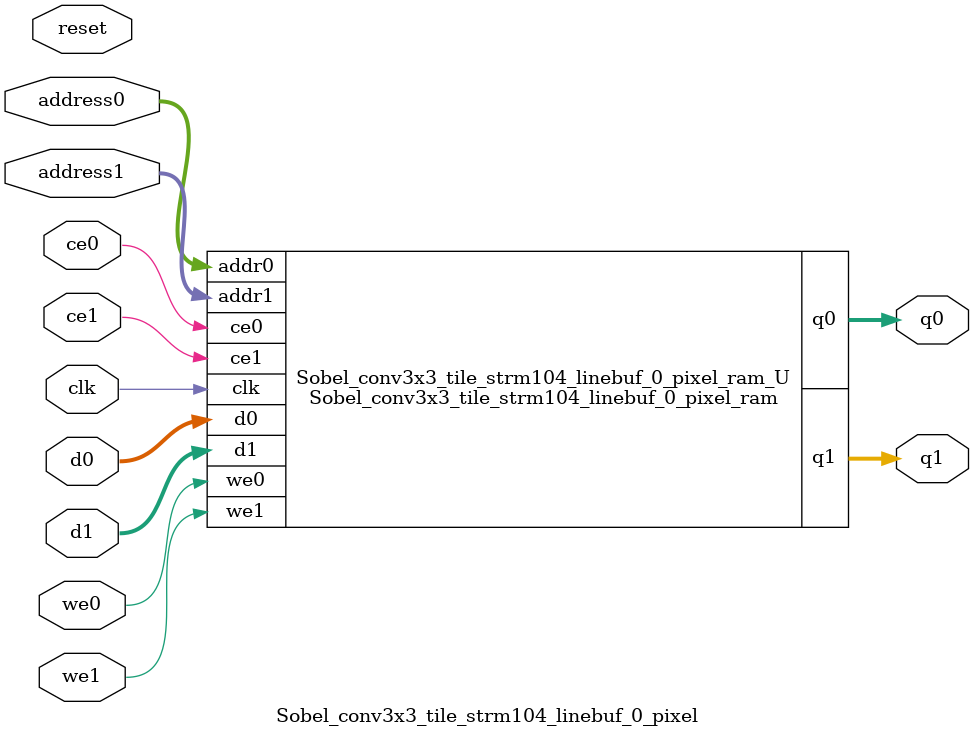
<source format=v>

`timescale 1 ns / 1 ps
module Sobel_conv3x3_tile_strm104_linebuf_0_pixel_ram (addr0, ce0, d0, we0, q0, addr1, ce1, d1, we1, q1,  clk);

parameter DWIDTH = 8;
parameter AWIDTH = 7;
parameter MEM_SIZE = 73;

input[AWIDTH-1:0] addr0;
input ce0;
input[DWIDTH-1:0] d0;
input we0;
output reg[DWIDTH-1:0] q0;
input[AWIDTH-1:0] addr1;
input ce1;
input[DWIDTH-1:0] d1;
input we1;
output reg[DWIDTH-1:0] q1;
input clk;

(* ram_style = "block" *)reg [DWIDTH-1:0] ram[MEM_SIZE-1:0];




always @(posedge clk)  
begin 
    if (ce0) 
    begin
        if (we0) 
        begin 
            ram[addr0] <= d0; 
            q0 <= d0;
        end 
        else 
            q0 <= ram[addr0];
    end
end


always @(posedge clk)  
begin 
    if (ce1) 
    begin
        if (we1) 
        begin 
            ram[addr1] <= d1; 
            q1 <= d1;
        end 
        else 
            q1 <= ram[addr1];
    end
end


endmodule


`timescale 1 ns / 1 ps
module Sobel_conv3x3_tile_strm104_linebuf_0_pixel(
    reset,
    clk,
    address0,
    ce0,
    we0,
    d0,
    q0,
    address1,
    ce1,
    we1,
    d1,
    q1);

parameter DataWidth = 32'd8;
parameter AddressRange = 32'd73;
parameter AddressWidth = 32'd7;
input reset;
input clk;
input[AddressWidth - 1:0] address0;
input ce0;
input we0;
input[DataWidth - 1:0] d0;
output[DataWidth - 1:0] q0;
input[AddressWidth - 1:0] address1;
input ce1;
input we1;
input[DataWidth - 1:0] d1;
output[DataWidth - 1:0] q1;



Sobel_conv3x3_tile_strm104_linebuf_0_pixel_ram Sobel_conv3x3_tile_strm104_linebuf_0_pixel_ram_U(
    .clk( clk ),
    .addr0( address0 ),
    .ce0( ce0 ),
    .d0( d0 ),
    .we0( we0 ),
    .q0( q0 ),
    .addr1( address1 ),
    .ce1( ce1 ),
    .d1( d1 ),
    .we1( we1 ),
    .q1( q1 ));

endmodule


</source>
